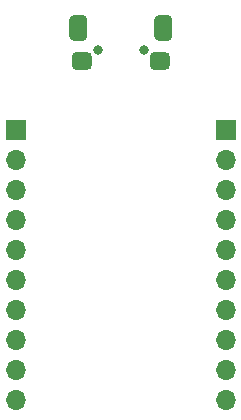
<source format=gbr>
%TF.GenerationSoftware,KiCad,Pcbnew,(5.1.9)-1*%
%TF.CreationDate,2022-01-17T13:57:47-05:00*%
%TF.ProjectId,Dev16x4USB,44657631-3678-4345-9553-422e6b696361,rev?*%
%TF.SameCoordinates,Original*%
%TF.FileFunction,Soldermask,Bot*%
%TF.FilePolarity,Negative*%
%FSLAX46Y46*%
G04 Gerber Fmt 4.6, Leading zero omitted, Abs format (unit mm)*
G04 Created by KiCad (PCBNEW (5.1.9)-1) date 2022-01-17 13:57:47*
%MOMM*%
%LPD*%
G01*
G04 APERTURE LIST*
%ADD10O,1.700000X1.700000*%
%ADD11R,1.700000X1.700000*%
%ADD12C,0.800000*%
G04 APERTURE END LIST*
D10*
%TO.C,J3*%
X124460000Y-109220000D03*
X124460000Y-106680000D03*
X124460000Y-104140000D03*
X124460000Y-101600000D03*
X124460000Y-99060000D03*
X124460000Y-96520000D03*
X124460000Y-93980000D03*
X124460000Y-91440000D03*
X124460000Y-88900000D03*
D11*
X124460000Y-86360000D03*
%TD*%
D10*
%TO.C,J2*%
X106680000Y-109220000D03*
X106680000Y-106680000D03*
X106680000Y-104140000D03*
X106680000Y-101600000D03*
X106680000Y-99060000D03*
X106680000Y-96520000D03*
X106680000Y-93980000D03*
X106680000Y-91440000D03*
X106680000Y-88900000D03*
D11*
X106680000Y-86360000D03*
%TD*%
D12*
%TO.C,J1*%
X113620000Y-79554000D03*
X117520000Y-79554000D03*
G36*
G01*
X118420000Y-78449000D02*
X118420000Y-76999000D01*
G75*
G02*
X118795000Y-76624000I375000J0D01*
G01*
X119545000Y-76624000D01*
G75*
G02*
X119920000Y-76999000I0J-375000D01*
G01*
X119920000Y-78449000D01*
G75*
G02*
X119545000Y-78824000I-375000J0D01*
G01*
X118795000Y-78824000D01*
G75*
G02*
X118420000Y-78449000I0J375000D01*
G01*
G37*
G36*
G01*
X111220000Y-78449000D02*
X111220000Y-76999000D01*
G75*
G02*
X111595000Y-76624000I375000J0D01*
G01*
X112345000Y-76624000D01*
G75*
G02*
X112720000Y-76999000I0J-375000D01*
G01*
X112720000Y-78449000D01*
G75*
G02*
X112345000Y-78824000I-375000J0D01*
G01*
X111595000Y-78824000D01*
G75*
G02*
X111220000Y-78449000I0J375000D01*
G01*
G37*
G36*
G01*
X111420000Y-80899000D02*
X111420000Y-80149000D01*
G75*
G02*
X111795000Y-79774000I375000J0D01*
G01*
X112745000Y-79774000D01*
G75*
G02*
X113120000Y-80149000I0J-375000D01*
G01*
X113120000Y-80899000D01*
G75*
G02*
X112745000Y-81274000I-375000J0D01*
G01*
X111795000Y-81274000D01*
G75*
G02*
X111420000Y-80899000I0J375000D01*
G01*
G37*
G36*
G01*
X118020000Y-80899000D02*
X118020000Y-80149000D01*
G75*
G02*
X118395000Y-79774000I375000J0D01*
G01*
X119345000Y-79774000D01*
G75*
G02*
X119720000Y-80149000I0J-375000D01*
G01*
X119720000Y-80899000D01*
G75*
G02*
X119345000Y-81274000I-375000J0D01*
G01*
X118395000Y-81274000D01*
G75*
G02*
X118020000Y-80899000I0J375000D01*
G01*
G37*
%TD*%
M02*

</source>
